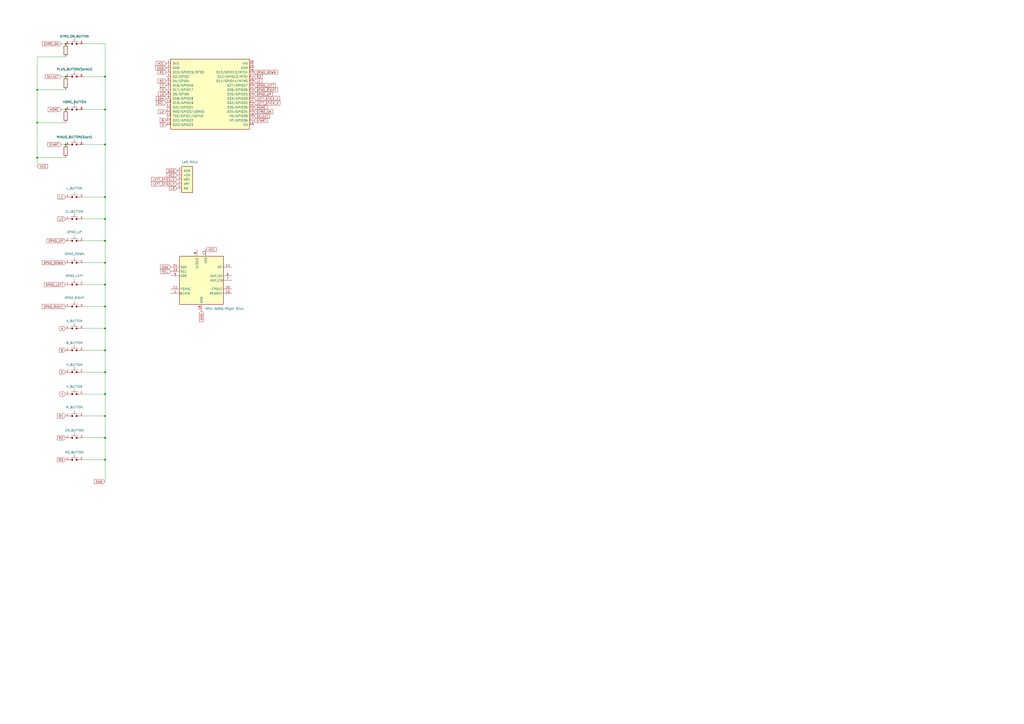
<source format=kicad_sch>
(kicad_sch (version 20250114) (generator "eeschema") (generator_version "9.0")
  (paper "A2")
  (lib_symbols
    (symbol "Device:R" (pin_numbers (hide yes)) (pin_names (offset 0))
      (property "Reference" "R" (at 2.032 0 90))
      (property "Value" "R" (at 0 0 90))
      (symbol "R_0_1"
        (rectangle (start -1.016 -2.54) (end 1.016 2.54) (stroke (width 0.254)))
      )
      (symbol "R_1_1"
        (pin passive line (at 0 3.81 270) (length 1.27) (name "~") (number "1"))
        (pin passive line (at 0 -3.81 90) (length 1.27) (name "~") (number "2"))
      )
    )
    (symbol "MWGNZ:ESP32-32S 32D" (pin_names (offset 1.016))
      (symbol "ESP32-32S 32D_0_1"
        (rectangle (start -22.86 27.94) (end 22.86 -12.7) (stroke (width 0.254)) (fill (type background)))
      )
      (symbol "ESP32-32S 32D_1_0"
        (pin power_in line (at -25.4 22.86 0) (length 2.54) (name "GND") (number "2"))
        (pin bidirectional line (at -25.4 -7.62 0) (length 2.54) (name "D22/GPIO22") (number "14"))
        (pin power_in line (at 25.4 25.4 180) (length 2.54) (name "VIN") (number "30"))
        (pin power_in line (at 25.4 22.86 180) (length 2.54) (name "GND") (number "29"))
        (pin bidirectional line (at 25.4 20.32 180) (length 2.54) (name "D13/GPIO13/MTCK") (number "28"))
        (pin bidirectional line (at 25.4 17.78 180) (length 2.54) (name "D12/GPIO12/MTDI") (number "27"))
        (pin bidirectional line (at 25.4 15.24 180) (length 2.54) (name "D14/GPIO14/MTMS") (number "26"))
        (pin bidirectional line (at 25.4 12.7 180) (length 2.54) (name "D27/GPIO27") (number "25"))
      )
      (symbol "ESP32-32S 32D_1_1"
        (pin power_in line (at -25.4 25.4 0) (length 2.54) (name "3V3") (number "1"))
        (pin bidirectional line (at -25.4 20.32 0) (length 2.54) (name "D15/GPIO15/MTDO") (number "3"))
        (pin bidirectional line (at -25.4 17.78 0) (length 2.54) (name "D2/GPIO2") (number "4"))
        (pin bidirectional line (at -25.4 15.24 0) (length 2.54) (name "D4/GPIO4") (number "5"))
        (pin bidirectional line (at -25.4 12.7 0) (length 2.54) (name "D16/GPIO16") (number "6"))
        (pin bidirectional line (at -25.4 10.16 0) (length 2.54) (name "D17/GPIO17") (number "7"))
        (pin bidirectional line (at -25.4 7.62 0) (length 2.54) (name "D5/GPIO5") (number "8"))
        (pin bidirectional line (at -25.4 5.08 0) (length 2.54) (name "D18/GPIO18") (number "9"))
        (pin bidirectional line (at -25.4 2.54 0) (length 2.54) (name "D19/GPIO19") (number "10"))
        (pin bidirectional line (at -25.4 0 0) (length 2.54) (name "D21/GPIO21") (number "11"))
        (pin bidirectional line (at -25.4 -2.54 0) (length 2.54) (name "RX0/GPIO3/U0RXD") (number "12"))
        (pin bidirectional line (at -25.4 -5.08 0) (length 2.54) (name "TX0/GPIO1/U0TXD") (number "13"))
        (pin bidirectional line (at -25.4 -10.16 0) (length 2.54) (name "D23/GPIO23") (number "15"))
        (pin bidirectional line (at 25.4 10.16 180) (length 2.54) (name "D26/GPIO26") (number "24"))
        (pin bidirectional line (at 25.4 7.62 180) (length 2.54) (name "D25/GPIO25") (number "23"))
        (pin bidirectional line (at 25.4 5.08 180) (length 2.54) (name "D33/GPIO33") (number "22"))
        (pin bidirectional line (at 25.4 2.54 180) (length 2.54) (name "D32/GPIO32") (number "21"))
        (pin input line (at 25.4 0 180) (length 2.54) (name "D35/GPIO35") (number "20"))
        (pin input line (at 25.4 -2.54 180) (length 2.54) (name "D34/GPIO34") (number "19"))
        (pin input line (at 25.4 -5.08 180) (length 2.54) (name "VN/GPIO39") (number "18"))
        (pin input line (at 25.4 -7.62 180) (length 2.54) (name "VP/GPIO36") (number "17"))
        (pin bidirectional line (at 25.4 -10.16 180) (length 2.54) (name "EN") (number "16"))
      )
    )
    (symbol "MWGNZ:Joystick Module" (pin_names (offset 1.016))
      (symbol "Joystick Module_0_1"
        (rectangle (start -22.86 27.94) (end -16.51 12.7) (stroke (width 0.254)) (fill (type background)))
      )
      (symbol "Joystick Module_1_0"
        (pin power_in line (at -25.4 22.86 0) (length 2.54) (name "+5V") (number "2"))
      )
      (symbol "Joystick Module_1_1"
        (pin power_in line (at -25.4 25.4 0) (length 2.54) (name "GND") (number "1"))
        (pin bidirectional line (at -25.4 20.32 0) (length 2.54) (name "VRX") (number "3"))
        (pin bidirectional line (at -25.4 17.78 0) (length 2.54) (name "VRY") (number "4"))
        (pin output line (at -25.4 15.24 0) (length 2.54) (name "SW") (number "5"))
      )
    )
    (symbol "Push_Button_1"
      (property "Reference" "B_BUTTON" (at 0 4.318 0))
      (symbol "Push_Button_1_0_1"
        (polyline (pts (xy -3.175 0) (xy -1.778 0)))
        (polyline (pts (xy -1.905 1.27) (xy 1.905 1.27)))
        (circle (center -1.27 0) (radius 0.4579) (fill (type outline)))
        (polyline (pts (xy 0 1.27) (xy 0 3.175)))
        (circle (center 1.27 0) (radius 0.4579) (fill (type outline)))
        (polyline (pts (xy 1.778 0) (xy 3.175 0)))
      )
      (symbol "Push_Button_1_1_1"
        (pin passive line (at -5.08 0 0) (length 2) (name "") (number "1"))
        (pin passive line (at 5.08 0 180) (length 2) (name "") (number "2"))
      )
    )
    (symbol "Push_Button_2"
      (property "Reference" "B_BUTTON" (at 0 4.318 0))
      (symbol "Push_Button_2_0_1"
        (polyline (pts (xy -3.175 0) (xy -1.778 0)))
        (polyline (pts (xy -1.905 1.27) (xy 1.905 1.27)))
        (circle (center -1.27 0) (radius 0.4579) (fill (type outline)))
        (polyline (pts (xy 0 1.27) (xy 0 3.175)))
        (circle (center 1.27 0) (radius 0.4579) (fill (type outline)))
        (polyline (pts (xy 1.778 0) (xy 3.175 0)))
      )
      (symbol "Push_Button_2_1_1"
        (pin passive line (at -5.08 0 0) (length 2) (name "") (number "1"))
        (pin passive line (at 5.08 0 180) (length 2) (name "") (number "2"))
      )
    )
    (symbol "Sensor_Motion:MPU-6050"
      (property "Reference" "U" (at -11.43 13.97 0))
      (property "Value" "MPU-6050" (at 7.62 -15.24 0))
      (symbol "MPU-6050_0_1"
        (rectangle (start -12.7 13.97) (end 12.7 -13.97) (stroke (width 0.254)) (fill (type background)))
      )
      (symbol "MPU-6050_1_1"
        (pin bidirectional line (at -17.78 7.62 0) (length 5.08) (name "SDA") (number "24"))
        (pin input line (at -17.78 5.08 0) (length 5.08) (name "SCL") (number "23"))
        (pin input line (at -17.78 2.54 0) (length 5.08) (name "AD0") (number "9"))
        (pin input line (at -17.78 -5.08 0) (length 5.08) (name "FSYNC") (number "11"))
        (pin input clock (at -17.78 -7.62 0) (length 5.08) (name "CLKIN") (number "1"))
        (pin no_connect line (at -12.7 12.7 0) (length 2.54) (hide yes) (name "NC") (number "2"))
        (pin no_connect line (at -12.7 10.16 0) (length 2.54) (hide yes) (name "NC") (number "3"))
        (pin no_connect line (at -12.7 0 0) (length 2.54) (hide yes) (name "NC") (number "4"))
        (pin no_connect line (at -12.7 -2.54 0) (length 2.54) (hide yes) (name "NC") (number "5"))
        (pin no_connect line (at -12.7 -10.16 0) (length 2.54) (hide yes) (name "NC") (number "14"))
        (pin power_in line (at -2.54 17.78 270) (length 3.81) (name "VLOGIC") (number "8"))
        (pin power_in line (at 0 -17.78 90) (length 3.81) (name "GND") (number "18"))
        (pin power_in line (at 2.54 17.78 270) (length 3.81) (name "VDD") (number "13"))
        (pin no_connect line (at 12.7 12.7 180) (length 2.54) (hide yes) (name "NC") (number "15"))
        (pin no_connect line (at 12.7 10.16 180) (length 2.54) (hide yes) (name "NC") (number "16"))
        (pin no_connect line (at 12.7 5.08 180) (length 2.54) (hide yes) (name "NC") (number "17"))
        (pin no_connect line (at 12.7 -2.54 180) (length 2.54) (hide yes) (name "RESV") (number "21"))
        (pin no_connect line (at 12.7 -10.16 180) (length 2.54) (hide yes) (name "RESV") (number "19"))
        (pin no_connect line (at 12.7 -12.7 180) (length 2.54) (hide yes) (name "RESV") (number "22"))
        (pin output line (at 17.78 7.62 180) (length 5.08) (name "INT") (number "12"))
        (pin bidirectional line (at 17.78 2.54 180) (length 5.08) (name "AUX_DA") (number "6"))
        (pin output clock (at 17.78 0 180) (length 5.08) (name "AUX_CL") (number "7"))
        (pin passive line (at 17.78 -5.08 180) (length 5.08) (name "CPOUT") (number "20"))
        (pin passive line (at 17.78 -7.62 180) (length 5.08) (name "REGOUT") (number "10"))
      )
    )
  )
  (junction (at 38.1 25.4))
  (junction (at 60.96 228.6))
  (junction (at 60.96 190.5))
  (junction (at 60.96 215.9))
  (junction (at 60.96 177.8))
  (junction (at 60.96 152.4))
  (junction (at 21.59 52.07))
  (junction (at 38.1 63.5))
  (junction (at 60.96 203.2))
  (junction (at 21.59 91.44))
  (junction (at 60.96 241.3))
  (junction (at 60.96 83.82))
  (junction (at 60.96 254))
  (junction (at 60.96 266.7))
  (junction (at 60.96 165.1))
  (junction (at 38.1 44.45))
  (junction (at 60.96 114.3))
  (junction (at 60.96 44.45))
  (junction (at 21.59 71.12))
  (junction (at 60.96 127))
  (junction (at 60.96 63.5))
  (junction (at 60.96 139.7))
  (junction (at 38.1 83.82))
  (wire (pts (xy 38.1 71.12) (xy 21.59 71.12)))
  (wire (pts (xy 60.96 63.5) (xy 60.96 83.82)))
  (wire (pts (xy 48.26 83.82) (xy 60.96 83.82)))
  (wire (pts (xy 48.26 228.6) (xy 60.96 228.6)))
  (wire (pts (xy 60.96 165.1) (xy 60.96 177.8)))
  (wire (pts (xy 48.26 254) (xy 60.96 254)))
  (wire (pts (xy 60.96 114.3) (xy 60.96 127)))
  (wire (pts (xy 48.26 215.9) (xy 60.96 215.9)))
  (wire (pts (xy 21.59 33.02) (xy 21.59 52.07)))
  (wire (pts (xy 60.96 254) (xy 60.96 266.7)))
  (wire (pts (xy 48.26 177.8) (xy 60.96 177.8)))
  (wire (pts (xy 48.26 266.7) (xy 60.96 266.7)))
  (wire (pts (xy 48.26 203.2) (xy 60.96 203.2)))
  (wire (pts (xy 35.56 44.45) (xy 38.1 44.45)))
  (wire (pts (xy 48.26 165.1) (xy 60.96 165.1)))
  (wire (pts (xy 38.1 33.02) (xy 21.59 33.02)))
  (wire (pts (xy 60.96 203.2) (xy 60.96 215.9)))
  (wire (pts (xy 60.96 127) (xy 60.96 139.7)))
  (wire (pts (xy 48.26 241.3) (xy 60.96 241.3)))
  (wire (pts (xy 35.56 25.4) (xy 38.1 25.4)))
  (wire (pts (xy 35.56 83.82) (xy 38.1 83.82)))
  (wire (pts (xy 21.59 52.07) (xy 21.59 71.12)))
  (wire (pts (xy 48.26 190.5) (xy 60.96 190.5)))
  (wire (pts (xy 35.56 63.5) (xy 38.1 63.5)))
  (wire (pts (xy 60.96 44.45) (xy 60.96 63.5)))
  (wire (pts (xy 60.96 266.7) (xy 60.96 279.4)))
  (wire (pts (xy 48.26 63.5) (xy 60.96 63.5)))
  (wire (pts (xy 60.96 215.9) (xy 60.96 228.6)))
  (wire (pts (xy 48.26 139.7) (xy 60.96 139.7)))
  (wire (pts (xy 48.26 44.45) (xy 60.96 44.45)))
  (wire (pts (xy 21.59 91.44) (xy 21.59 96.52)))
  (wire (pts (xy 60.96 241.3) (xy 60.96 254)))
  (wire (pts (xy 48.26 127) (xy 60.96 127)))
  (wire (pts (xy 48.26 25.4) (xy 60.96 25.4)))
  (wire (pts (xy 60.96 83.82) (xy 60.96 114.3)))
  (wire (pts (xy 48.26 114.3) (xy 60.96 114.3)))
  (wire (pts (xy 60.96 177.8) (xy 60.96 190.5)))
  (wire (pts (xy 60.96 139.7) (xy 60.96 152.4)))
  (wire (pts (xy 38.1 52.07) (xy 21.59 52.07)))
  (wire (pts (xy 60.96 25.4) (xy 60.96 44.45)))
  (wire (pts (xy 38.1 91.44) (xy 21.59 91.44)))
  (wire (pts (xy 21.59 71.12) (xy 21.59 91.44)))
  (wire (pts (xy 48.26 152.4) (xy 60.96 152.4)))
  (wire (pts (xy 60.96 190.5) (xy 60.96 203.2)))
  (wire (pts (xy 60.96 228.6) (xy 60.96 241.3)))
  (wire (pts (xy 60.96 152.4) (xy 60.96 165.1)))
  (global_label "DPAD_DOWN" (shape input) (at 147.32 41.91 0) (property "Intersheetrefs" "${INTERSHEET_REFS}" (effects (hide yes))))
  (global_label "SCL" (shape input) (at 99.06 157.48 180) (property "Intersheetrefs" "${INTERSHEET_REFS}" (effects (hide yes))))
  (global_label "LEFT_STICK_X" (shape input) (at 102.87 104.14 180) (property "Intersheetrefs" "${INTERSHEET_REFS}" (effects (hide yes))))
  (global_label "SDA" (shape input) (at 96.52 57.15 180) (property "Intersheetrefs" "${INTERSHEET_REFS}" (effects (hide yes))))
  (global_label "DPAD_UP" (shape input) (at 38.1 139.7 180) (property "Intersheetrefs" "${INTERSHEET_REFS}" (effects (hide yes))))
  (global_label "R2" (shape input) (at 96.52 46.99 180) (property "Intersheetrefs" "${INTERSHEET_REFS}" (effects (hide yes))))
  (global_label "GYRO_ON" (shape input) (at 35.56 25.4 180) (property "Intersheetrefs" "${INTERSHEET_REFS}" (effects (hide yes))))
  (global_label "L3" (shape input) (at 102.87 109.22 180) (property "Intersheetrefs" "${INTERSHEET_REFS}" (effects (hide yes))))
  (global_label "B" (shape input) (at 96.52 69.85 180) (property "Intersheetrefs" "${INTERSHEET_REFS}" (effects (hide yes))))
  (global_label "VCC" (shape input) (at 21.59 96.52 0) (property "Intersheetrefs" "${INTERSHEET_REFS}" (effects (hide yes))))
  (global_label "DPAD_UP" (shape input) (at 147.32 54.61 0) (property "Intersheetrefs" "${INTERSHEET_REFS}" (effects (hide yes))))
  (global_label "A" (shape input) (at 38.1 190.5 180) (property "Intersheetrefs" "${INTERSHEET_REFS}" (effects (hide yes))))
  (global_label "Y" (shape input) (at 96.52 49.53 180) (property "Intersheetrefs" "${INTERSHEET_REFS}" (effects (hide yes))))
  (global_label "X" (shape input) (at 96.52 52.07 180) (property "Intersheetrefs" "${INTERSHEET_REFS}" (effects (hide yes))))
  (global_label "SELECT" (shape input) (at 35.56 44.45 180) (property "Intersheetrefs" "${INTERSHEET_REFS}" (effects (hide yes))))
  (global_label "L1" (shape input) (at 147.32 46.99 0) (property "Intersheetrefs" "${INTERSHEET_REFS}" (effects (hide yes))))
  (global_label "SELECT" (shape input) (at 147.32 67.31 0) (property "Intersheetrefs" "${INTERSHEET_REFS}" (effects (hide yes))))
  (global_label "DPAD_DOWN" (shape input) (at 38.1 152.4 180) (property "Intersheetrefs" "${INTERSHEET_REFS}" (effects (hide yes))))
  (global_label "L2" (shape input) (at 38.1 127 180) (property "Intersheetrefs" "${INTERSHEET_REFS}" (effects (hide yes))))
  (global_label "DPAD_LEFT" (shape input) (at 147.32 49.53 0) (property "Intersheetrefs" "${INTERSHEET_REFS}" (effects (hide yes))))
  (global_label "GND" (shape input) (at 60.96 279.4 180) (property "Intersheetrefs" "${INTERSHEET_REFS}" (effects (hide yes))))
  (global_label "GND" (shape input) (at 96.52 39.37 180) (property "Intersheetrefs" "${INTERSHEET_REFS}" (effects (hide yes))))
  (global_label "L2" (shape input) (at 96.52 64.77 180) (property "Intersheetrefs" "${INTERSHEET_REFS}" (effects (hide yes))))
  (global_label "B" (shape input) (at 38.1 203.2 180) (property "Intersheetrefs" "${INTERSHEET_REFS}" (effects (hide yes))))
  (global_label "L1" (shape input) (at 38.1 114.3 180) (property "Intersheetrefs" "${INTERSHEET_REFS}" (effects (hide yes))))
  (global_label "LEFT_STICK_Y" (shape input) (at 102.87 106.68 180) (property "Intersheetrefs" "${INTERSHEET_REFS}" (effects (hide yes))))
  (global_label "DPAD_LEFT" (shape input) (at 38.1 165.1 180) (property "Intersheetrefs" "${INTERSHEET_REFS}" (effects (hide yes))))
  (global_label "Y" (shape input) (at 38.1 228.6 180) (property "Intersheetrefs" "${INTERSHEET_REFS}" (effects (hide yes))))
  (global_label "LEFT_STICK_Y" (shape input) (at 147.32 57.15 0) (property "Intersheetrefs" "${INTERSHEET_REFS}" (effects (hide yes))))
  (global_label "HOME" (shape input) (at 35.56 63.5 180) (property "Intersheetrefs" "${INTERSHEET_REFS}" (effects (hide yes))))
  (global_label "VCC" (shape input) (at 102.87 101.6 180) (property "Intersheetrefs" "${INTERSHEET_REFS}" (effects (hide yes))))
  (global_label "X" (shape input) (at 38.1 215.9 180) (property "Intersheetrefs" "${INTERSHEET_REFS}" (effects (hide yes))))
  (global_label "DPAD_RIGHT" (shape input) (at 38.1 177.8 180) (property "Intersheetrefs" "${INTERSHEET_REFS}" (effects (hide yes))))
  (global_label "SCL" (shape input) (at 96.52 59.69 180) (property "Intersheetrefs" "${INTERSHEET_REFS}" (effects (hide yes))))
  (global_label "LEFT_STICK_X" (shape input) (at 147.32 59.69 0) (property "Intersheetrefs" "${INTERSHEET_REFS}" (effects (hide yes))))
  (global_label "SDA" (shape input) (at 99.06 154.94 180) (property "Intersheetrefs" "${INTERSHEET_REFS}" (effects (hide yes))))
  (global_label "GND" (shape input) (at 116.84 180.34 270) (property "Intersheetrefs" "${INTERSHEET_REFS}" (effects (hide yes))))
  (global_label "GND" (shape input) (at 102.87 99.06 180) (property "Intersheetrefs" "${INTERSHEET_REFS}" (effects (hide yes))))
  (global_label "R2" (shape input) (at 38.1 254 180) (property "Intersheetrefs" "${INTERSHEET_REFS}" (effects (hide yes))))
  (global_label "START" (shape input) (at 147.32 69.85 0) (property "Intersheetrefs" "${INTERSHEET_REFS}" (effects (hide yes))))
  (global_label "R1" (shape input) (at 96.52 41.91 180) (property "Intersheetrefs" "${INTERSHEET_REFS}" (effects (hide yes))))
  (global_label "VCC" (shape input) (at 96.52 36.83 180) (property "Intersheetrefs" "${INTERSHEET_REFS}" (effects (hide yes))))
  (global_label "GYRO_ON" (shape input) (at 147.32 64.77 0) (property "Intersheetrefs" "${INTERSHEET_REFS}" (effects (hide yes))))
  (global_label "DPAD_RIGHT" (shape input) (at 147.32 52.07 0) (property "Intersheetrefs" "${INTERSHEET_REFS}" (effects (hide yes))))
  (global_label "VCC" (shape input) (at 119.38 144.78 0) (property "Intersheetrefs" "${INTERSHEET_REFS}" (effects (hide yes))))
  (global_label "START" (shape input) (at 35.56 83.82 180) (property "Intersheetrefs" "${INTERSHEET_REFS}" (effects (hide yes))))
  (global_label "A" (shape input) (at 96.52 72.39 180) (property "Intersheetrefs" "${INTERSHEET_REFS}" (effects (hide yes))))
  (global_label "R3" (shape input) (at 38.1 266.7 180) (property "Intersheetrefs" "${INTERSHEET_REFS}" (effects (hide yes))))
  (global_label "R1" (shape input) (at 38.1 241.3 180) (property "Intersheetrefs" "${INTERSHEET_REFS}" (effects (hide yes))))
  (global_label "HOME" (shape input) (at 147.32 62.23 0) (property "Intersheetrefs" "${INTERSHEET_REFS}" (effects (hide yes))))
  (global_label "L3" (shape input) (at 96.52 54.61 180) (property "Intersheetrefs" "${INTERSHEET_REFS}" (effects (hide yes))))
  (global_label "R3" (shape input) (at 147.32 44.45 0) (property "Intersheetrefs" "${INTERSHEET_REFS}" (effects (hide yes))))
  (symbol (lib_name "Push_Button_2") (lib_id "PCM_SL_Devices:Push_Button") (at 43.18 165.1 0) (unit 1)
    (property "Reference" "DPAD_LEFT" (at 43.18 160.02 0))
    (property "Value" "Push_Button" (effects (hide yes)))
    (property "Footprint" "Button_Switch_THT:SW_PUSH_6mm" (effects (hide yes)))
    (property "Description" "Common 6mmx6mm Push Button" (effects (hide yes)))
  )
  (symbol (lib_name "Push_Button_1") (lib_id "PCM_SL_Devices:Push_Button") (at 43.18 25.4 0) (unit 1)
    (property "Reference" "GYRO_ON_BUTTON" (at 43.18 21.082 0))
    (property "Value" "Push_Button" (effects (hide yes)))
    (property "Footprint" "Button_Switch_THT:SW_PUSH_6mm" (effects (hide yes)))
    (property "Description" "Common 6mmx6mm Push Button" (effects (hide yes)))
  )
  (symbol (lib_name "Push_Button_1") (lib_id "PCM_SL_Devices:Push_Button") (at 43.18 203.2 0) (unit 1)
    (property "Reference" "B_BUTTON" (at 43.18 198.882 0))
    (property "Value" "Push_Button" (effects (hide yes)))
    (property "Footprint" "Button_Switch_THT:SW_PUSH_6mm" (effects (hide yes)))
    (property "Description" "Common 6mmx6mm Push Button" (effects (hide yes)))
  )
  (symbol (lib_name "Push_Button_1") (lib_id "PCM_SL_Devices:Push_Button") (at 43.18 127 0) (unit 1)
    (property "Reference" "ZL_BUTTON" (at 43.18 122.682 0))
    (property "Value" "Push_Button" (effects (hide yes)))
    (property "Footprint" "Button_Switch_THT:SW_PUSH_6mm" (effects (hide yes)))
    (property "Description" "Common 6mmx6mm Push Button" (effects (hide yes)))
  )
  (symbol (lib_name "Push_Button_1") (lib_id "PCM_SL_Devices:Push_Button") (at 43.18 215.9 0) (unit 1)
    (property "Reference" "X_BUTTON" (at 43.18 211.582 0))
    (property "Value" "Push_Button" (effects (hide yes)))
    (property "Footprint" "Button_Switch_THT:SW_PUSH_6mm" (effects (hide yes)))
    (property "Description" "Common 6mmx6mm Push Button" (effects (hide yes)))
  )
  (symbol (lib_name "Push_Button_2") (lib_id "PCM_SL_Devices:Push_Button") (at 43.18 177.8 0) (unit 1)
    (property "Reference" "DPAD_RIGHT" (at 43.18 172.72 0))
    (property "Value" "Push_Button" (effects (hide yes)))
    (property "Footprint" "Button_Switch_THT:SW_PUSH_6mm" (effects (hide yes)))
    (property "Description" "Common 6mmx6mm Push Button" (effects (hide yes)))
  )
  (symbol (lib_id "MWGNZ:ESP32-32S 32D") (at 121.92 62.23 0) (unit 1)
    (property "Reference" "U1" (effects (hide yes)))
    (property "Value" "ESP32-S2-DevKitC-1" (effects (hide yes)))
    (property "Footprint" "MWGNZ:ESP32-32S 32D" (effects (hide yes)))
    (property "Datasheet" "https://www.espressif.com/sites/default/files/documentation/esp32_datasheet_en.pdf" (effects (hide yes)))
    (property "Description" "ESP32-32S 32D" (effects (hide yes)))
  )
  (symbol (lib_name "Push_Button_1") (lib_id "PCM_SL_Devices:Push_Button") (at 43.18 83.82 0) (unit 1)
    (property "Reference" "MINUS_BUTTON(Start)" (at 43.18 79.502 0))
    (property "Value" "Push_Button" (effects (hide yes)))
    (property "Footprint" "Button_Switch_THT:SW_PUSH_6mm" (effects (hide yes)))
    (property "Description" "Common 6mmx6mm Push Button" (effects (hide yes)))
  )
  (symbol (lib_id "Device:R") (at 38.1 67.31 0) (unit 1)
    (property "Reference" "R1" (effects (hide yes)))
    (property "Value" "R" (effects (hide yes)))
    (property "Description" "Resistor" (effects (hide yes)))
  )
  (symbol (lib_id "MWGNZ:Joystick Module") (at 128.27 124.46 0) (unit 1)
    (property "Reference" "MWGNZ1" (effects (hide yes)))
    (property "Value" "Left Stick" (at 105.41 93.98 0) (effects (justify left)))
    (property "Footprint" "MWGNZ:ESP32-32S 32D" (effects (hide yes)))
    (property "Datasheet" "https://docs.sunfounder.com/projects/umsk/en/latest/01_components_basic/09-component_joystick.html" (effects (hide yes)))
    (property "Description" "Joystick Module" (effects (hide yes)))
  )
  (symbol (lib_name "Push_Button_1") (lib_id "PCM_SL_Devices:Push_Button") (at 43.18 44.45 0) (unit 1)
    (property "Reference" "PLUS_BUTTON(Select)" (at 43.18 40.132 0))
    (property "Value" "Push_Button" (effects (hide yes)))
    (property "Footprint" "Button_Switch_THT:SW_PUSH_6mm" (effects (hide yes)))
    (property "Description" "Common 6mmx6mm Push Button" (effects (hide yes)))
  )
  (symbol (lib_name "Push_Button_1") (lib_id "PCM_SL_Devices:Push_Button") (at 43.18 228.6 0) (unit 1)
    (property "Reference" "Y_BUTTON" (at 43.18 224.282 0))
    (property "Value" "Push_Button" (effects (hide yes)))
    (property "Footprint" "Button_Switch_THT:SW_PUSH_6mm" (effects (hide yes)))
    (property "Description" "Common 6mmx6mm Push Button" (effects (hide yes)))
  )
  (symbol (lib_name "Push_Button_2") (lib_id "PCM_SL_Devices:Push_Button") (at 43.18 152.4 0) (unit 1)
    (property "Reference" "DPAD_DOWN" (at 43.18 147.32 0))
    (property "Value" "Push_Button" (effects (hide yes)))
    (property "Footprint" "Button_Switch_THT:SW_PUSH_6mm" (effects (hide yes)))
    (property "Description" "Common 6mmx6mm Push Button" (effects (hide yes)))
  )
  (symbol (lib_name "Push_Button_2") (lib_id "PCM_SL_Devices:Push_Button") (at 43.18 139.7 0) (unit 1)
    (property "Reference" "DPAD_UP" (at 43.18 134.62 0))
    (property "Value" "Push_Button" (effects (hide yes)))
    (property "Footprint" "Button_Switch_THT:SW_PUSH_6mm" (effects (hide yes)))
    (property "Description" "Common 6mmx6mm Push Button" (effects (hide yes)))
  )
  (symbol (lib_name "Push_Button_1") (lib_id "PCM_SL_Devices:Push_Button") (at 43.18 254 0) (unit 1)
    (property "Reference" "ZR_BUTTON" (at 43.18 249.682 0))
    (property "Value" "Push_Button" (effects (hide yes)))
    (property "Footprint" "Button_Switch_THT:SW_PUSH_6mm" (effects (hide yes)))
    (property "Description" "Common 6mmx6mm Push Button" (effects (hide yes)))
  )
  (symbol (lib_id "Sensor_Motion:MPU-6050") (at 116.84 162.56 0) (unit 1)
    (property "Reference" "U2" (effects (hide yes)))
    (property "Value" "MPU-6050/Right Stick" (at 118.9833 179.07 0) (effects (justify left)))
    (property "Footprint" "Sensor_Motion:InvenSense_QFN-24_4x4mm_P0.5mm" (effects (hide yes)))
    (property "Datasheet" "https://invensense.tdk.com/wp-content/uploads/2015/02/MPU-6000-Datasheet1.pdf" (effects (hide yes)))
    (property "Description" "InvenSense 6-Axis Motion Sensor, Gyroscope, Accelerometer, I2C" (effects (hide yes)))
  )
  (symbol (lib_name "Push_Button_1") (lib_id "PCM_SL_Devices:Push_Button") (at 43.18 63.5 0) (unit 1)
    (property "Reference" "HOME_BUTTON" (at 43.18 59.182 0))
    (property "Value" "Push_Button" (effects (hide yes)))
    (property "Footprint" "Button_Switch_THT:SW_PUSH_6mm" (effects (hide yes)))
    (property "Description" "Common 6mmx6mm Push Button" (effects (hide yes)))
  )
  (symbol (lib_name "Push_Button_1") (lib_id "PCM_SL_Devices:Push_Button") (at 43.18 266.7 0) (unit 1)
    (property "Reference" "R3_BUTTON" (at 43.18 262.382 0))
    (property "Value" "Push_Button" (effects (hide yes)))
    (property "Footprint" "Button_Switch_THT:SW_PUSH_6mm" (effects (hide yes)))
    (property "Description" "Common 6mmx6mm Push Button" (effects (hide yes)))
  )
  (symbol (lib_id "Device:R") (at 38.1 87.63 0) (unit 1)
    (property "Reference" "R4" (effects (hide yes)))
    (property "Value" "R" (effects (hide yes)))
    (property "Description" "Resistor" (effects (hide yes)))
  )
  (symbol (lib_name "Push_Button_2") (lib_id "PCM_SL_Devices:Push_Button") (at 43.18 114.3 0) (unit 1)
    (property "Reference" "L_BUTTON" (at 43.18 109.22 0))
    (property "Value" "Push_Button" (effects (hide yes)))
    (property "Footprint" "Button_Switch_THT:SW_PUSH_6mm" (effects (hide yes)))
    (property "Description" "Common 6mmx6mm Push Button" (effects (hide yes)))
  )
  (symbol (lib_name "Push_Button_1") (lib_id "PCM_SL_Devices:Push_Button") (at 43.18 190.5 0) (unit 1)
    (property "Reference" "A_BUTTON" (at 43.18 186.182 0))
    (property "Value" "Push_Button" (effects (hide yes)))
    (property "Footprint" "Button_Switch_THT:SW_PUSH_6mm" (effects (hide yes)))
    (property "Description" "Common 6mmx6mm Push Button" (effects (hide yes)))
  )
  (symbol (lib_name "Push_Button_2") (lib_id "PCM_SL_Devices:Push_Button") (at 43.18 241.3 0) (unit 1)
    (property "Reference" "R_BUTTON" (at 43.18 236.22 0))
    (property "Value" "Push_Button" (effects (hide yes)))
    (property "Footprint" "Button_Switch_THT:SW_PUSH_6mm" (effects (hide yes)))
    (property "Description" "Common 6mmx6mm Push Button" (effects (hide yes)))
  )
  (symbol (lib_id "Device:R") (at 38.1 48.26 0) (unit 1)
    (property "Reference" "R2" (effects (hide yes)))
    (property "Value" "R" (effects (hide yes)))
    (property "Description" "Resistor" (effects (hide yes)))
  )
  (symbol (lib_id "Device:R") (at 38.1 29.21 0) (unit 1)
    (property "Reference" "R3" (effects (hide yes)))
    (property "Value" "R" (effects (hide yes)))
    (property "Description" "Resistor" (effects (hide yes)))
  )
)
</source>
